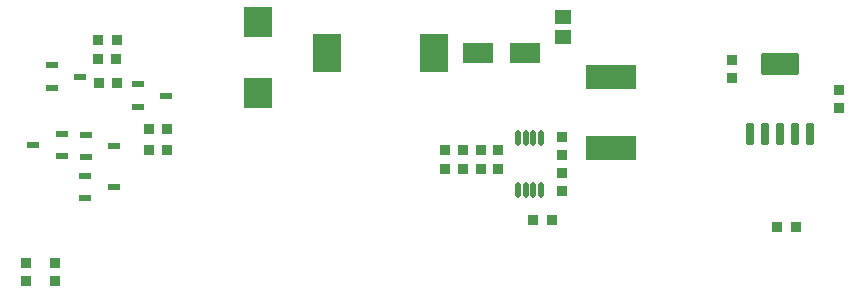
<source format=gtp>
G04*
G04 #@! TF.GenerationSoftware,Altium Limited,Altium Designer,19.1.8 (144)*
G04*
G04 Layer_Color=8421504*
%FSLAX42Y42*%
%MOMM*%
G71*
G01*
G75*
G04:AMPARAMS|DCode=15|XSize=3.15mm|YSize=1.8mm|CornerRadius=0.05mm|HoleSize=0mm|Usage=FLASHONLY|Rotation=180.000|XOffset=0mm|YOffset=0mm|HoleType=Round|Shape=RoundedRectangle|*
%AMROUNDEDRECTD15*
21,1,3.15,1.69,0,0,180.0*
21,1,3.04,1.80,0,0,180.0*
1,1,0.11,-1.52,0.85*
1,1,0.11,1.52,0.85*
1,1,0.11,1.52,-0.85*
1,1,0.11,-1.52,-0.85*
%
%ADD15ROUNDEDRECTD15*%
G04:AMPARAMS|DCode=16|XSize=0.6mm|YSize=1.8mm|CornerRadius=0.05mm|HoleSize=0mm|Usage=FLASHONLY|Rotation=180.000|XOffset=0mm|YOffset=0mm|HoleType=Round|Shape=RoundedRectangle|*
%AMROUNDEDRECTD16*
21,1,0.60,1.70,0,0,180.0*
21,1,0.50,1.80,0,0,180.0*
1,1,0.10,-0.25,0.85*
1,1,0.10,0.25,0.85*
1,1,0.10,0.25,-0.85*
1,1,0.10,-0.25,-0.85*
%
%ADD16ROUNDEDRECTD16*%
%ADD17R,0.85X0.90*%
%ADD18R,0.90X0.85*%
%ADD19R,2.40X3.30*%
%ADD20R,2.50X1.70*%
%ADD21R,1.40X1.20*%
%ADD22R,4.35X2.15*%
%ADD23O,0.50X1.35*%
%ADD24R,2.45X2.55*%
%ADD25R,1.00X0.60*%
D15*
X6735Y2455D02*
D03*
D16*
X6989Y1870D02*
D03*
X6862D02*
D03*
X6735D02*
D03*
X6608D02*
D03*
X6481D02*
D03*
D17*
X6712Y1082D02*
D03*
X6868D02*
D03*
X4647Y1135D02*
D03*
X4803D02*
D03*
X1118Y2662D02*
D03*
X962D02*
D03*
X960Y2502D02*
D03*
X1115D02*
D03*
X1120Y2295D02*
D03*
X965D02*
D03*
X1548Y1735D02*
D03*
X1393D02*
D03*
X1388Y1912D02*
D03*
X1543D02*
D03*
D18*
X6330Y2492D02*
D03*
Y2338D02*
D03*
X7235Y2238D02*
D03*
Y2083D02*
D03*
X4888Y1383D02*
D03*
Y1538D02*
D03*
X4350Y1727D02*
D03*
Y1573D02*
D03*
X4888Y1840D02*
D03*
Y1685D02*
D03*
X4200Y1727D02*
D03*
Y1573D02*
D03*
X4050D02*
D03*
Y1727D02*
D03*
X3900Y1573D02*
D03*
Y1727D02*
D03*
X350Y622D02*
D03*
Y778D02*
D03*
X600Y622D02*
D03*
Y778D02*
D03*
D19*
X3805Y2550D02*
D03*
X2895D02*
D03*
D20*
X4575D02*
D03*
X4175D02*
D03*
D21*
X4900Y2690D02*
D03*
Y2860D02*
D03*
D22*
X5300Y2348D02*
D03*
Y1752D02*
D03*
D23*
X4710Y1835D02*
D03*
X4645D02*
D03*
X4580D02*
D03*
X4515D02*
D03*
X4710Y1390D02*
D03*
X4645D02*
D03*
X4580D02*
D03*
X4515D02*
D03*
D24*
X2315Y2817D02*
D03*
Y2212D02*
D03*
D25*
X1300Y2288D02*
D03*
Y2098D02*
D03*
X1540Y2192D02*
D03*
X857Y1860D02*
D03*
Y1670D02*
D03*
X1098Y1765D02*
D03*
X1093Y1420D02*
D03*
X852Y1325D02*
D03*
Y1515D02*
D03*
X810Y2352D02*
D03*
X570Y2258D02*
D03*
Y2448D02*
D03*
X412Y1775D02*
D03*
X653Y1870D02*
D03*
Y1680D02*
D03*
M02*

</source>
